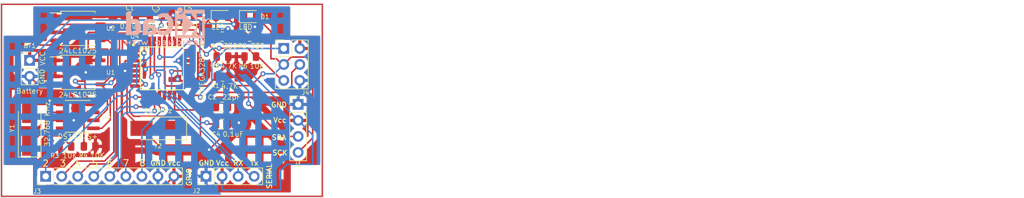
<source format=kicad_pcb>
(kicad_pcb (version 20211014) (generator pcbnew)
  (title_block (title "${project_name}") (date "2022-11-18") (rev "1") (comment 1 "2layer version"))
  (layers (0 "F.Cu" mixed) (31 "B.Cu" mixed) (34 "B.Paste" user) (35 "F.Paste" user) (36 "B.SilkS" user "B.Silkscreen") (37 "F.SilkS" user "F.Silkscreen") (38 "B.Mask" user) (39 "F.Mask" user) (44 "Edge.Cuts" user))
  (property "project_name" "MCU Datalogger with memory and clock")
  (net 0 "")
  (net 1 "GND")
  (net 2 "Net-(C3-Pad2)")
  (net 3 "Net-(D1-Pad1)")
  (net 4 "/SCK")
  (net 5 "Net-(D2-Pad1)")
  (net 6 "/Vcc")
  (net 7 "/SDA")
  (net 8 "/RX")
  (net 9 "/TX")
  (net 10 "/D2")
  (net 11 "/D3")
  (net 12 "/D4")
  (net 13 "/D5")
  (net 14 "/D6")
  (net 15 "/D7")
  (net 16 "/D8")
  (net 17 "/MOSI")
  (net 18 "/MISO")
  (net 19 "/RESET")
  (net 20 "Net-(R3-Pad2)")
  (net 21 "Net-(R4-Pad2)")
  (net 22 "Net-(U3-Pad1)")
  (net 23 "Net-(U3-Pad2)")
  (net 33 "Net-(U4-Pad7)")
  (net 34 "Net-(U4-Pad20)")
  (footprint "Connector_PinHeader_2.54mm:PinHeader_1x02_P2.54mm_Vertical" (layer "F.Cu") (at 42.545 92.71)
    (fp_text reference "BT1")
    (fp_text value "Battery")
  )
  (footprint "MountingHole:MountingHole_2.1mm" (layer "F.Cu") (at 86.36 111.76)
    (fp_text reference "H4" hide)
    (fp_text value "MountingHole" hide)
  )
  (footprint "Capacitor_SMD:C_0805_2012Metric" (layer "F.Cu") (at 73.0125 100.076 180)
    (fp_text reference "C2")
    (fp_text value "22pF")
  )
  (footprint "Crystal:Crystal_SMD_5032-2Pin_5.0x3.2mm_HandSoldering" (layer "F.Cu") (at 62.865 103.505 180)
    (fp_text reference "Y2")
    (fp_text value "16 MHz")
  )
  (footprint "LED_SMD:LED_0805_2012Metric" (layer "F.Cu") (at 72.995 85.76)
    (fp_text reference "D2")
    (fp_text value "LED")
  )
  (footprint "MountingHole:MountingHole_2.1mm" (layer "F.Cu") (at 40.64 111.76)
    (fp_text reference "H2" hide)
    (fp_text value "MountingHole" hide)
  )
  (footprint "Resistor_SMD:R_0805_2012Metric" (layer "F.Cu") (at 48.2111 106.3752)
    (fp_text reference "R3")
    (fp_text value "10K")
  )
  (footprint "Resistor_SMD:R_0805_2012Metric" (layer "F.Cu") (at 73.0925 95.285 180)
    (fp_text reference "R1")
    (fp_text value "4.7K")
  )
  (footprint "Capacitor_SMD:C_0805_2012Metric" (layer "F.Cu") (at 67.63 85.725)
    (fp_text reference "C5")
    (fp_text value "100nF")
  )
  (footprint "Crystal:Crystal_SMD_5032-2Pin_5.0x3.2mm_HandSoldering" (layer "F.Cu") (at 42.545 103.505 90)
    (fp_text reference "Y1")
    (fp_text value "32.768 KHz")
  )
  (footprint "Resistor_SMD:R_0805_2012Metric" (layer "F.Cu") (at 73.05 88.935)
    (fp_text reference "R7")
    (fp_text value "330")
  )
  (footprint "Package_SO:SOIC-8_5.23x5.23mm_P1.27mm" (layer "F.Cu") (at 50.165 87.63)
    (fp_text reference "U2")
    (fp_text value "24LC1025")
  )
  (footprint "Connector_PinHeader_2.54mm:PinHeader_1x09_P2.54mm_Vertical" (layer "F.Cu") (at 45.085 111.125 90)
    (fp_text reference "J3")
    (fp_text value "Conn_01x09_Male" hide)
  )
  (footprint "Libraries:QFP80P900X900X120-32N" (layer "F.Cu") (at 63.5 93.98)
    (fp_text reference "U4")
    (fp_text value "ATMEGA328P-AU")
  )
  (footprint "Connector_PinHeader_2.54mm:PinHeader_1x04_P2.54mm_Vertical" (layer "F.Cu") (at 70.495 111.125 90)
    (fp_text reference "J2")
    (fp_text value "Conn_01x04_Male" hide)
  )
  (footprint "MountingHole:MountingHole_2.1mm" (layer "F.Cu") (at 86.36 86.36)
    (fp_text reference "H3" hide)
    (fp_text value "MountingHole" hide)
  )
  (footprint "Package_SO:SOIC-8_5.23x5.23mm_P1.27mm" (layer "F.Cu") (at 50.165 94.615)
    (fp_text reference "U1")
    (fp_text value "24LC1025")
  )
  (footprint "MountingHole:MountingHole_2.1mm" (layer "F.Cu") (at 40.64 86.36)
    (fp_text reference "H1" hide)
    (fp_text value "MountingHole" hide)
  )
  (footprint "LED_SMD:LED_0805_2012Metric" (layer "F.Cu") (at 77.47 85.76)
    (fp_text reference "D1")
    (fp_text value "LED")
  )
  (footprint "Capacitor_SMD:C_0805_2012Metric" (layer "F.Cu") (at 62.55 85.725)
    (fp_text reference "C3")
    (fp_text value "22pF")
  )
  (footprint "Connector_PinHeader_2.54mm:PinHeader_2x03_P2.54mm_Vertical" (layer "F.Cu") (at 82.804 90.82)
    (fp_text reference "J4")
    (fp_text value "Conn_02x03_Odd_Even" hide)
  )
  (footprint "Capacitor_SMD:C_0805_2012Metric" (layer "F.Cu") (at 58.42 85.725)
    (fp_text reference "C1")
    (fp_text value "0.1uF")
  )
  (footprint "Resistor_SMD:R_0805_2012Metric" (layer "F.Cu") (at 73.0925 92.11 180)
    (fp_text reference "R2")
    (fp_text value "4.7K")
  )
  (footprint "Libraries:SOIC127P600X175-8N" (layer "F.Cu") (at 50.165 101.6)
    (fp_text reference "U3")
    (fp_text value "DS1337S+")
  )
  (footprint "Capacitor_SMD:C_0805_2012Metric" (layer "F.Cu") (at 73.025 102.806 180)
    (fp_text reference "C4")
    (fp_text value "0.1uF")
  )
  (footprint "Connector_PinHeader_2.54mm:PinHeader_1x04_P2.54mm_Vertical" (layer "F.Cu") (at 85.085 99.71)
    (fp_text reference "J1")
    (fp_text value "Conn_01x04_Male" hide)
  )
  (footprint "Resistor_SMD:R_0805_2012Metric" (layer "F.Cu") (at 77.495 92.11)
    (fp_text reference "R6")
    (fp_text value "10K")
  )
  (footprint "Resistor_SMD:R_0805_2012Metric" (layer "F.Cu") (at 52.0465 106.3752 180)
    (fp_text reference "R4")
    (fp_text value "10K")
  )
  (footprint "Resistor_SMD:R_0805_2012Metric" (layer "F.Cu") (at 77.415 88.935 180)
    (fp_text reference "R5")
    (fp_text value "330")
  )
  (footprint "Symbol:KiCad-Logo2_5mm_SilkScreen" (layer "B.Cu") (at 64.008 87.2744 180)
    (fp_text reference "REF1" hide)
    (fp_text value "KiCad-Logo2_5mm_SilkScreen" hide)
  )
  (gr_rect (start 38.1 83.82) (end 88.9 114.3) (layer "F.Cu") (width 0.2) (fill none))
  (gr_rect (start 89.1032 114.554) (end 37.8968 83.6168) (layer "Edge.Cuts") (width 0.1) (fill none))
  (gr_text "Vcc" (at 65.4304 109.0168) (layer "F.SilkS") (effects (font (size 0.8 0.8))))
  (gr_text "Vcc" (at 82.1944 102.2096) (layer "F.SilkS") (effects (font (size 0.8 0.8))))
  (gr_text "7" (at 57.8104 109.0168) (layer "F.SilkS") (effects (font (size 1 1))))
  (gr_text "RX" (at 75.5904 109.0168) (layer "F.SilkS") (effects (font (size 0.8 0.8))))
  (gr_text "Vcc" (at 73.1012 109.0168) (layer "F.SilkS") (effects (font (size 0.8 0.8))))
  (gr_text "SDA" (at 82.042 104.9528) (layer "F.SilkS") (effects (font (size 0.8 0.8))))
  (gr_text "6" (at 55.2704 109.0168) (layer "F.SilkS") (effects (font (size 1 1))))
  (gr_text "4" (at 50.1904 109.0676) (layer "F.SilkS") (effects (font (size 1 1))))
  (gr_text "GPIO" (at 67.818 111.252 90) (layer "F.SilkS") (effects (font (size 0.8 0.8))))
  (gr_text "GND" (at 82.042 99.7712) (layer "F.SilkS") (effects (font (size 0.8 0.8))))
  (gr_text "8" (at 60.4012 109.0168) (layer "F.SilkS") (effects (font (size 1 1))))
  (gr_text "GND" (at 62.8904 109.0168) (layer "F.SilkS") (effects (font (size 0.8 0.8))))
  (gr_text "VCC" (at 44.6024 93.6244 90) (layer "F.SilkS") (effects (font (size 0.8 0.8) (thickness 0.1)) (justify left)))
  (gr_text "5" (at 52.8828 109.0676) (layer "F.SilkS") (effects (font (size 1 1))))
  (gr_text "3" (at 47.8028 109.0676) (layer "F.SilkS") (effects (font (size 1 1))))
  (gr_text "SCK" (at 82.1944 107.3912) (layer "F.SilkS") (effects (font (size 0.8 0.8))))
  (gr_text "2" (at 45.0596 109.0676) (layer "F.SilkS") (effects (font (size 1 1))))
  (gr_text "Tx" (at 78.1304 109.0168) (layer "F.SilkS") (effects (font (size 0.8 0.8))))
  (gr_text "SERIAL" (at 80.518 111.0996 90) (layer "F.SilkS") (effects (font (size 0.8 0.8))))
  (gr_text "GND" (at 44.5516 95.3008 90) (layer "F.SilkS") (effects (font (size 0.8 0.8) (thickness 0.1))))
  (gr_text "GND" (at 70.5612 109.0168) (layer "F.SilkS") (effects (font (size 0.8 0.8))))
  (segment (start 75.502 102.806) (end 75.692 102.616) (width 0.25) (layer "F.Cu") (net 1))
  (segment (start 42.545 95.25) (end 43.815 96.52) (width 0.25) (layer "F.Cu") (net 1))
  (segment (start 73.975 102.806) (end 73.975 103.8758) (width 0.25) (layer "F.Cu") (net 1))
  (segment (start 57.7596 92.7608) (end 57.7788 92.78) (width 0.25) (layer "F.Cu") (net 1))
  (segment (start 67.8 93.58) (end 66.9608 93.58) (width 0.25) (layer "F.Cu") (net 1))
  (segment (start 69.977 85.725) (end 70.1548 85.5472) (width 0.25) (layer "F.Cu") (net 1))
  (segment (start 57.6644 94.38) (end 57.658 94.3864) (width 0.25) (layer "F.Cu") (net 1))
  (segment (start 78.3275 87.4715) (end 78.232 87.376) (width 0.25) (layer "F.Cu") (net 1))
  (segment (start 40.64 92.1512) (end 42.5196 90.2716) (width 0.25) (layer "F.Cu") (net 1))
  (segment (start 59.37 86.045) (end 58.42 86.995) (width 0.25) (layer "F.Cu") (net 1))
  (segment (start 45.8284 90.2716) (end 46.565 89.535) (width 0.25) (layer "F.Cu") (net 1))
  (segment (start 47.69 103.505) (end 48.26 103.505) (width 0.25) (layer "F.Cu") (net 1))
  (segment (start 57.658 94.3864) (end 57.658 92.8624) (width 0.25) (layer "F.Cu") (net 1))
  (segment (start 46.565 86.995) (end 50.165 86.995) (width 0.25) (layer "F.Cu") (net 1))
  (segment (start 58.42 86.995) (end 55.499 86.995) (width 0.25) (layer "F.Cu") (net 1))
  (segment (start 57.658 92.8624) (end 57.7596 92.7608) (width 0.25) (layer "F.Cu") (net 1))
  (segment (start 73.9625 87.6785) (end 73.9625 88.935) (width 0.25) (layer "F.Cu") (net 1))
  (segment (start 46.565 89.535) (end 48.895 89.535) (width 0.25) (layer "F.Cu") (net 1))
  (segment (start 53.765 93.98) (end 52.07 93.98) (width 0.25) (layer "F.Cu") (net 1))
  (segment (start 78.3275 88.935) (end 78.3275 87.4715) (width 0.25) (layer "F.Cu") (net 1))
  (segment (start 55.499 86.995) (end 53.765 86.995) (width 0.25) (layer "F.Cu") (net 1))
  (segment (start 66.9608 93.58) (end 66.1416 92.7608) (width 0.25) (layer "F.Cu") (net 1))
  (segment (start 68.58 85.725) (end 69.977 85.725) (width 0.25) (layer "F.Cu") (net 1))
  (segment (start 73.975 102.806) (end 75.502 102.806) (width 0.25) (layer "F.Cu") (net 1))
  (segment (start 48.895 89.535) (end 50.165 88.265) (width 0.25) (layer "F.Cu") (net 1))
  (segment (start 73.9625 102.7935) (end 73.975 102.806) (width 0.25) (layer "F.Cu") (net 1))
  (segment (start 50.165 86.995) (end 53.765 86.995) (width 0.25) (layer "F.Cu") (net 1))
  (segment (start 73.975 103.8758) (end 70.9676 106.8832) (width 0.25) (layer "F.Cu") (net 1))
  (segment (start 41.275 95.25) (end 40.64 94.615) (width 0.25) (layer "F.Cu") (net 1))
  (segment (start 59.37 85.725) (end 59.37 86.045) (width 0.25) (layer "F.Cu") (net 1))
  (segment (start 42.545 95.25) (end 41.275 95.25) (width 0.25) (layer "F.Cu") (net 1))
  (segment (start 57.7788 92.78) (end 59.2 92.78) (width 0.25) (layer "F.Cu") (net 1))
  (segment (start 59.2 94.38) (end 57.6644 94.38) (width 0.25) (layer "F.Cu") (net 1))
  (segment (start 55.499 87.4522) (end 55.4736 87.4776) (width 0.25) (layer "F.Cu") (net 1))
  (segment (start 52.07 93.98) (end 51.435 94.615) (width 0.25) (layer "F.Cu") (net 1))
  (segment (start 55.499 86.995) (end 55.499 87.4522) (width 0.25) (layer "F.Cu") (net 1))
  (segment (start 43.815 96.52) (end 46.565 96.52) (width 0.25) (layer "F.Cu") (net 1))
  (segment (start 61.6 85.725) (end 59.37 85.725) (width 0.25) (layer "F.Cu") (net 1))
  (segment (start 40.64 94.615) (end 40.64 92.1512) (width 0.25) (layer "F.Cu") (net 1))
  (segment (start 50.165 88.265) (end 50.165 86.995) (width 0.25) (layer "F.Cu") (net 1))
  (segment (start 42.5196 90.2716) (end 45.8284 90.2716) (width 0.25) (layer "F.Cu") (net 1))
  (segment (start 73.9625 100.076) (end 73.9625 102.7935) (width 0.25) (layer "F.Cu") (net 1))
  (segment (start 48.26 103.505) (end 49.53 102.235) (width 0.25) (layer "F.Cu") (net 1))
  (via (at 73.9625 87.6785) (size 0.8) (drill 0.4) (layers "F.Cu" "B.Cu") (net 1))
  (via (at 78.232 87.376) (size 0.9) (drill 0.4) (layers "F.Cu" "B.Cu") (net 1))
  (via (at 70.1548 85.5472) (size 0.9) (drill 0.4) (layers "F.Cu" "B.Cu") (net 1))
  (via (at 49.53 102.235) (size 0.9) (drill 0.4) (layers "F.Cu" "B.Cu") (net 1))
  (via (at 75.692 102.616) (size 0.9) (drill 0.4) (layers "F.Cu" "B.Cu") (net 1))
  (via (at 51.435 94.615) (size 0.9) (drill 0.4) (layers "F.Cu" "B.Cu") (net 1))
  (via (at 66.1416 92.7608) (size 0.9) (drill 0.4) (layers "F.Cu" "B.Cu") (net 1))
  (via (at 55.4736 87.4776) (size 0.9) (drill 0.4) (layers "F.Cu" "B.Cu") (net 1))
  (via (at 57.658 94.3864) (size 0.9) (drill 0.4) (layers "F.Cu" "B.Cu") (net 1))
  (via (at 70.9676 106.8832) (size 0.9) (drill 0.4) (layers "F.Cu" "B.Cu") (net 1))
  (segment (start 57.658 94.3864) (end 57.4294 94.615) (width 0.25) (layer "B.Cu") (net 1))
  (segment (start 57.4294 94.615) (end 51.435 94.615) (width 0.25) (layer "B.Cu") (net 1))
  (segment (start 60.9092 96.52) (end 60.46 96.52) (width 0.25) (layer "F.Cu") (net 2))
  (segment (start 63.56 101.6) (end 59.055 101.6) (width 0.25) (layer "F.Cu") (net 2))
  (segment (start 65.465 103.505) (end 63.56 101.6) (width 0.25) (layer "F.Cu") (net 2))
  (segment (start 60.46 96.52) (end 60.2 96.78) (width 0.25) (layer "F.Cu") (net 2))
  (segment (start 59.055 101.6) (end 58.42 100.965) (width 0.25) (layer "F.Cu") (net 2))
  (segment (start 58.42 97.536) (end 59.176 96.78) (width 0.25) (layer "F.Cu") (net 2))
  (segment (start 58.42 100.965) (end 58.42 97.536) (width 0.25) (layer "F.Cu") (net 2))
  (segment (start 63.3984 85.8266) (end 63.5 85.725) (width 0.25) (layer "F.Cu") (net 2))
  (segment (start 59.176 96.78) (end 59.2 96.78) (width 0.25) (layer "F.Cu") (net 2))
  (segment (start 60.2 96.78) (end 59.2 96.78) (width 0.25) (layer "F.Cu") (net 2))
  (segment (start 63.3984 87.1595) (end 63.3984 85.8266) (width 0.25) (layer "F.Cu") (net 2))
  (via (at 63.3984 87.1595) (size 0.8) (drill 0.4) (layers "F.Cu" "B.Cu") (net 2))
  (via (at 60.9092 96.52) (size 0.8) (drill 0.4) (layers "F.Cu" "B.Cu") (net 2))
  (segment (start 60.9092 96.52) (end 60.0185 95.6293) (width 0.25) (layer "B.Cu") (net 2))
  (segment (start 60.0185 95.6293) (end 60.0185 93.7023) (width 0.25) (layer "B.Cu") (net 2))
  (segment (start 61.976 91.7448) (end 61.976 88.5819) (width 0.25) (layer "B.Cu") (net 2))
  (segment (start 60.0185 93.7023) (end 61.976 91.7448) (width 0.25) (layer "B.Cu") (net 2))
  (segment (start 61.976 88.5819) (end 63.3984 87.1595) (width 0.25) (layer "B.Cu") (net 2))
  (segment (start 76.5025 88.935) (end 76.5025 85.79) (width 0.25) (layer "F.Cu") (net 3))
  (segment (start 76.5025 85.79) (end 76.5325 85.76) (width 0.25) (layer "F.Cu") (net 3))
  (segment (start 54.94 91.008) (end 54.864 90.932) (width 0.25) (layer "F.Cu") (net 4))
  (segment (start 73.6182 96.7232) (end 77.5208 96.7232) (width 0.25) (layer "F.Cu") (net 4))
  (segment (start 51.816 88.392) (end 51.943 88.265) (width 0.25) (layer "F.Cu") (net 4))
  (segment (start 77.5208 96.7232) (end 77.6224 96.7232) (width 0.25) (layer "F.Cu") (net 4))
  (segment (start 87.376 92.456) (end 87.376 105.039) (width 0.25) (layer "F.Cu") (net 4))
  (segment (start 53.765 95.25) (end 54.102 95.25) (width 0.25) (layer "F.Cu") (net 4))
  (segment (start 83.979 92.185) (end 87.105 92.185) (width 0.25) (layer "F.Cu") (net 4))
  (segment (start 67.8 96.78) (end 70.685 96.78) (width 0.25) (layer "F.Cu") (net 4))
  (segment (start 70.685 96.78) (end 72.18 95.285) (width 0.25) (layer "F.Cu") (net 4))
  (segment (start 54.94 93.077462) (end 54.94 91.008) (width 0.25) (layer "F.Cu") (net 4))
  (segment (start 87.376 105.039) (end 85.085 107.33) (width 0.25) (layer "F.Cu") (net 4))
  (segment (start 54.356 94.996) (end 54.9148 94.996) (width 0.25) (layer "F.Cu") (net 4))
  (segment (start 80.772 92.456) (end 81.641 92.456) (width 0.25) (layer "F.Cu") (net 4))
  (segment (start 52.64 102.235) (end 53.085426 102.235) (width 0.25) (layer "F.Cu") (net 4))
  (segment (start 53.765 95.25) (end 52.578 95.25) (width 0.25) (layer "F.Cu") (net 4))
  (segment (start 56.33 88.7548) (end 56.6928 88.392) (width 0.25) (layer "F.Cu") (net 4))
  (segment (start 56.6928 88.392) (end 64.008 88.392) (width 0.25) (layer "F.Cu") (net 4))
  (segment (start 55.427099 96.270299) (end 55.9308 95.766598) (width 0.25) (layer "F.Cu") (net 4))
  (segment (start 78.4075 85.76) (end 80.772 88.1245) (width 0.25) (layer "F.Cu") (net 4))
  (segment (start 55.9308 91.009596) (end 56.33 90.610396) (width 0.25) (layer "F.Cu") (net 4))
  (segment (start 54.9148 93.102662) (end 54.94 93.077462) (width 0.25) (layer "F.Cu") (net 4))
  (segment (start 55.9308 95.766598) (end 55.9308 91.009596) (width 0.25) (layer "F.Cu") (net 4))
  (segment (start 77.6224 96.7232) (end 79.502 94.8436) (width 0.25) (layer "F.Cu") (net 4))
  (segment (start 56.33 90.610396) (end 56.33 88.7548) (width 0.25) (layer "F.Cu") (net 4))
  (segment (start 49.784 96.012) (end 51.308 96.012) (width 0.25) (layer "F.Cu") (net 4))
  (segment (start 53.085426 102.235) (end 54.864 100.456426) (width 0.25) (layer "F.Cu") (net 4))
  (segment (start 54.9148 93.587338) (end 54.9148 93.102662) (width 0.25) (layer "F.Cu") (net 4))
  (segment (start 64.268 96.78) (end 67.8 96.78) (width 0.25) (layer "F.Cu") (net 4))
  (segment (start 87.105 92.185) (end 87.376 92.456) (width 0.25) (layer "F.Cu") (net 4))
  (segment (start 54.356 98.044) (end 52.324 98.044) (width 0.25) (layer "F.Cu") (net 4))
  (segment (start 82.804 93.36) (end 83.979 92.185) (width 0.25) (layer "F.Cu") (net 4))
  (segment (start 80.772 88.1245) (end 80.772 92.456) (width 0.25) (layer "F.Cu") (net 4))
  (segment (start 64.008 88.392) (end 63.9 88.5) (width 0.25) (layer "F.Cu") (net 4))
  (segment (start 51.308 97.028) (end 51.308 95.504) (width 0.25) (layer "F.Cu") (net 4))
  (segment (start 54.9148 94.996) (end 54.94 94.9708) (width 0.25) (layer "F.Cu") (net 4))
  (segment (start 52.324 98.044) (end 51.308 97.028) (width 0.25) (layer "F.Cu") (net 4))
  (segment (start 54.864 100.456426) (end 54.864 98.552) (width 0.25) (layer "F.Cu") (net 4))
  (segment (start 51.943 88.265) (end 53.765 88.265) (width 0.25) (layer "F.Cu") (net 4))
  (segment (start 81.641 92.456) (end 82.545 93.36) (width 0.25) (layer "F.Cu") (net 4))
  (segment (start 54.94 94.9708) (end 54.94 93.612538) (width 0.25) (layer "F.Cu") (net 4))
  (segment (start 51.308 95.504) (end 52.324 95.504) (width 0.25) (layer "F.Cu") (net 4))
  (segment (start 63.9 96.412) (end 64.268 96.78) (width 0.25) (layer "F.Cu") (net 4))
  (segment (start 63.9 88.5) (end 63.9 89.68) (width 0.25) (layer "F.Cu") (net 4))
  (segment (start 54.864 98.552) (end 54.356 98.044) (width 0.25) (layer "F.Cu") (net 4))
  (segment (start 51.816 90.932) (end 51.816 88.392) (width 0.25) (layer "F.Cu") (net 4))
  (segment (start 63.9 89.68) (end 63.9 96.412) (width 0.25) (layer "F.Cu") (net 4))
  (segment (start 54.102 95.25) (end 54.356 94.996) (width 0.25) (layer "F.Cu") (net 4))
  (segment (start 52.578 95.25) (end 52.324 95.504) (width 0.25) (layer "F.Cu") (net 4))
  (segment (start 54.94 93.612538) (end 54.9148 93.587338) (width 0.25) (layer "F.Cu") (net 4))
  (segment (start 54.864 90.932) (end 51.816 90.932) (width 0.25) (layer "F.Cu") (net 4))
  (segment (start 72.18 95.285) (end 73.6182 96.7232) (width 0.25) (layer "F.Cu") (net 4))
  (via (at 49.784 96.012) (size 0.8) (drill 0.4) (layers "F.Cu" "B.Cu") (net 4))
  (via (at 55.427099 96.270299) (size 0.8) (drill 0.4) (layers "F.Cu" "B.Cu") (net 4))
  (via (at 79.502 94.8436) (size 0.8) (drill 0.4) (layers "F.Cu" "B.Cu") (net 4))
  (segment (start 55.177398 96.52) (end 50.292 96.52) (width 0.25) (layer "B.Cu") (net 4))
  (segment (start 50.292 96.52) (end 49.784 96.012) (width 0.25) (layer "B.Cu") (net 4))
  (segment (start 79.502 94.8436) (end 81.3204 94.8436) (width 0.25) (layer "B.Cu") (net 4))
  (segment (start 81.3204 94.8436) (end 82.804 93.36) (width 0.25) (layer "B.Cu") (net 4))
  (segment (start 55.427099 96.270299) (end 55.177398 96.52) (width 0.25) (layer "B.Cu") (net 4))
  (segment (start 72.0575 85.76) (end 72.0575 88.855) (width 0.25) (layer "F.Cu") (net 5))
  (segment (start 72.0575 88.855) (end 72.1375 88.935) (width 0.25) (layer "F.Cu") (net 5))
  (segment (start 74.005 92.11) (end 76.5825 92.11) (width 0.25) (layer "F.Cu") (net 6))
  (segment (start 75.855 93.635) (end 76.2 93.98) (width 0.25) (layer "F.Cu") (net 6))
  (segment (start 73.9325 85.76) (end 73.9325 86.0229) (width 0.25) (layer "F.Cu") (net 6))
  (segment (start 46.565 88.265) (end 45.085 88.265) (width 0.25) (layer "F.Cu") (net 6))
  (segment (start 43.4848 109.982) (end 47.0916 106.3752) (width 0.25) (layer "F.Cu") (net 6))
  (segment (start 57.47 85.725) (end 53.765 85.725) (width 0.25) (layer "F.Cu") (net 6))
  (segment (start 48.895 95.25) (end 51.435 92.71) (width 0.25) (layer "F.Cu") (net 6))
  (segment (start 65.4558 85.725) (end 65.278 85.5472) (width 0.25) (layer "F.Cu") (net 6))
  (segment (start 46.565 95.25) (end 48.895 95.25) (width 0.25) (layer "F.Cu") (net 6))
  (segment (start 43.5864 112.8776) (end 43.4848 112.776) (width 0.25) (layer "F.Cu") (net 6))
  (segment (start 68.612 95.98) (end 69.596 94.996) (width 0.25) (layer "F.Cu") (net 6))
  (segment (start 51.435 92.71) (end 53.765 92.71) (width 0.25) (layer "F.Cu") (net 6))
  (segment (start 74.005 93.635) (end 75.855 93.635) (width 0.25) (layer "F.Cu") (net 6))
  (segment (start 46.565 85.725) (end 53.765 85.725) (width 0.25) (layer "F.Cu") (net 6))
  (segment (start 47.2986 107.2934) (end 47.2986 106.3752) (width 0.25) (layer "F.Cu") (net 6))
  (segment (start 63.6524 112.8776) (end 43.5864 112.8776) (width 0.25) (layer "F.Cu") (net 6))
  (segment (start 60.3443 93.58) (end 59.2 93.58) (width 0.25) (layer "F.Cu") (net 6))
  (segment (start 46.565 92.71) (end 46.565 93.98) (width 0.25) (layer "F.Cu") (net 6))
  (segment (start 51.7398 107.5944) (end 47.5996 107.5944) (width 0.25) (layer "F.Cu") (net 6))
  (segment (start 73.9325 86.0229) (end 74.8792 86.9696) (width 0.25) (layer "F.Cu") (net 6))
  (segment (start 74.005 95.285) (end 74.005 93.635) (width 0.25) (layer "F.Cu") (net 6))
  (segment (start 44.45 87.63) (end 44.45 86.36) (width 0.25) (layer "F.Cu") (net 6))
  (segment (start 47.5996 107.5944) (end 47.2986 107.2934) (width 0.25) (layer "F.Cu") (net 6))
  (segment (start 44.45 86.36) (end 45.085 85.725) (width 0.25) (layer "F.Cu") (net 6))
  (segment (start 74.005 93.635) (end 74.005 92.11) (width 0.25) (layer "F.Cu") (net 6))
  (segment (start 43.4848 112.776) (end 43.4848 109.982) (width 0.25) (layer "F.Cu") (net 6))
  (segment (start 65.9892 95.7072) (end 66.262 95.98) (width 0.25) (layer "F.Cu") (net 6))
  (segment (start 52.959 106.3752) (end 51.7398 107.5944) (width 0.25) (layer "F.Cu") (net 6))
  (segment (start 60.8967 94.1324) (end 60.3443 93.58) (width 0.25) (layer "F.Cu") (net 6))
  (segment (start 66.262 95.98) (end 67.8 95.98) (width 0.25) (layer "F.Cu") (net 6))
  (segment (start 66.68 85.725) (end 65.4558 85.725) (width 0.25) (layer "F.Cu") (net 6))
  (segment (start 45.085 88.265) (end 44.45 87.63) (width 0.25) (layer "F.Cu") (net 6))
  (segment (start 47.0916 106.3752) (end 47.2986 106.3752) (width 0.25) (layer "F.Cu") (net 6))
  (segment (start 45.085 85.725) (end 46.565 85.725) (width 0.25) (layer "F.Cu") (net 6))
  (segment (start 67.8 95.98) (end 68.612 95.98) (width 0.25) (layer "F.Cu") (net 6))
  (segment (start 65.405 111.125) (end 63.6524 112.8776) (width 0.25) (layer "F.Cu") (net 6))
  (segment (start 46.565 95.25) (end 46.565 93.98) (width 0.25) (layer "F.Cu") (net 6))
  (via (at 65.278 85.5472) (size 0.8) (drill 0.4) (layers "F.Cu" "B.Cu") (net 6))
  (via (at 60.8967 94.1324) (size 0.8) (drill 0.4) (layers "F.Cu" "B.Cu") (net 6))
  (via (at 65.9892 95.7072) (size 0.8) (drill 0.4) (layers "F.Cu" "B.Cu") (net 6))
  (via (at 69.596 94.996) (size 0.8) (drill 0.4) (layers "F.Cu" "B.Cu") (net 6))
  (via (at 74.8792 86.9696) (size 0.8) (drill 0.4) (layers "F.Cu" "B.Cu") (net 6))
  (via (at 76.2 93.98) (size 0.9) (drill 0.4) (layers "F.Cu" "B.Cu") (net 6))
  (segment (start 74.8131 86.9035) (end 69.6113 86.9035) (width 0.25) (layer "B.Cu") (net 6))
  (segment (start 73.152 113.284) (end 82.296 113.284) (width 0.25) (layer "B.Cu") (net 6))
  (segment (start 65.6714 93.713) (end 65.9892 94.0308) (width 0.25) (layer "B.Cu") (net 6))
  (segment (start 65.9892 94.0308) (end 65.9892 95.7072) (width 0.25) (layer "B.Cu") (net 6))
  (segment (start 69.596 94.996) (end 69.4944 94.8944) (width 0.25) (layer "B.Cu") (net 6))
  (segment (start 87.376 104.541) (end 85.085 102.25) (width 0.25) (layer "B.Cu") (net 6))
  (segment (start 69.4944 94.8944) (end 69.4944 87.0204) (width 0.25) (layer "B.Cu") (net 6))
  (segment (start 60.8967 94.1324) (end 61.3161 93.713) (width 0.25) (layer "B.Cu") (net 6))
  (segment (start 74.8792 86.9696) (end 74.8131 86.9035) (width 0.25) (layer "B.Cu") (net 6))
  (segment (start 73.035 111.125) (end 73.035 113.167) (width 0.25) (layer "B.Cu") (net 6))
  (segment (start 48.9458 86.3092) (end 42.545 92.71) (width 0.25) (layer "B.Cu") (net 6))
  (segment (start 69.6113 86.9035) (end 69.4944 87.0204) (width 0.25) (layer "B.Cu") (net 6))
  (segment (start 61.3161 93.713) (end 65.6714 93.713) (width 0.25) (layer "B.Cu") (net 6))
  (segment (start 73.035 113.167) (end 73.152 113.284) (width 0.25) (layer "B.Cu") (net 6))
  (segment (start 82.296 113.284) (end 82.296 110.236) (width 0.25) (layer "B.Cu") (net 6))
  (segment (start 64.9224 86.3092) (end 48.9458 86.3092) (width 0.25) (layer "B.Cu") (net 6))
  (segment (start 69.4944 86.3092) (end 64.9224 86.3092) (width 0.25) (layer "B.Cu") (net 6))
  (segment (start 85.085 102.25) (end 76.815 93.98) (width 0.25) (layer "B.Cu") (net 6))
  (segment (start 64.9224 85.9028) (end 64.9224 86.3092) (width 0.25) (layer "B.Cu") (net 6))
  (segment (start 83.312 109.22) (end 87.376 109.22) (width 0.25) (layer "B.Cu") (net 6))
  (segment (start 69.4944 87.0204) (end 69.4944 86.3092) (width 0.25) (layer "B.Cu") (net 6))
  (segment (start 65.278 85.5472) (end 64.9224 85.9028) (width 0.25) (layer "B.Cu") (net 6))
  (segment (start 82.296 110.236) (end 83.312 109.22) (width 0.25) (layer "B.Cu") (net 6))
  (segment (start 76.815 93.98) (end 76.2 93.98) (width 0.25) (layer "B.Cu") (net 6))
  (segment (start 87.376 109.22) (end 87.376 104.541) (width 0.25) (layer "B.Cu") (net 6))
  (segment (start 55.314 102.166) (end 55.314 98.069) (width 0.25) (layer "F.Cu") (net 7))
  (segment (start 68.58 87.884) (end 64.516 87.884) (width 0.25) (layer "F.Cu") (net 7))
  (segment (start 64.7 88.068) (end 64.7 89.68) (width 0.25) (layer "F.Cu") (net 7))
  (segment (start 64.516 87.884) (end 64.7 88.068) (width 0.25) (layer "F.Cu") (net 7))
  (segment (start 55.88 90.424) (end 55.88 88.2904) (width 0.25) (layer "F.Cu") (net 7))
  (segment (start 55.39 95.2828) (end 55.39 90.914) (width 0.25) (layer "F.Cu") (net 7))
  (segment (start 82.438 104.79) (end 77.216 99.568) (width 0.25) (layer "F.Cu") (net 7))
  (segment (start 52.64 103.505) (end 53.975 103.505) (width 0.25) (layer "F.Cu") (net 7))
  (segment (start 55.88 90.424) (end 54.991 89.535) (width 0.25) (layer "F.Cu") (net 7))
  (segment (start 72.18 92.11) (end 72.18 91.484) (width 0.25) (layer "F.Cu") (net 7))
  (segment (start 72.136 93.472) (end 72.136 92.154) (width 0.25) (layer "F.Cu") (net 7))
  (segment (start 56.2864 87.884) (end 64.516 87.884) (width 0.25) (layer "F.Cu") (net 7))
  (segment (start 55.39 90.914) (end 55.88 90.424) (width 0.25) (layer "F.Cu") (net 7))
  (segment (start 55.314 98.069) (end 53.765 96.52) (width 0.25) (layer "F.Cu") (net 7))
  (segment (start 72.136 92.154) (end 72.18 92.11) (width 0.25) (layer "F.Cu") (net 7))
  (segment (start 54.1528 96.52) (end 55.39 95.2828) (width 0.25) (layer "F.Cu") (net 7))
  (segment (start 85.085 104.79) (end 82.438 104.79) (width 0.25) (layer "F.Cu") (net 7))
  (segment (start 54.991 89.535) (end 53.765 89.535) (width 0.25) (layer "F.Cu") (net 7))
  (segment (start 72.18 91.484) (end 68.58 87.884) (width 0.25) (layer "F.Cu") (net 7))
  (segment (start 53.765 96.52) (end 54.1528 96.52) (width 0.25) (layer "F.Cu") (net 7))
  (segment (start 55.88 88.2904) (end 56.2864 87.884) (width 0.25) (layer "F.Cu") (net 7))
  (segment (start 53.975 103.505) (end 55.314 102.166) (width 0.25) (layer "F.Cu") (net 7))
  (via (at 77.216 99.568) (size 0.8) (drill 0.4) (layers "F.Cu" "B.Cu") (net 7))
  (via (at 72.136 93.472) (size 0.8) (drill 0.4) (layers "F.Cu" "B.Cu") (net 7))
  (segment (start 77.216 97.536) (end 73.152 93.472) (width 0.25) (layer "B.Cu") (net 7))
  (segment (start 77.216 99.568) (end 77.216 97.536) (width 0.25) (layer "B.Cu") (net 7))
  (segment (start 73.152 93.472) (end 72.136 93.472) (width 0.25) (layer "B.Cu") (net 7))
  (segment (start 62.3 94.304) (end 62.3 89.68) (width 0.25) (layer "F.Cu") (net 8))
  (segment (start 62.992 94.996) (end 62.3 94.304) (width 0.25) (layer "F.Cu") (net 8))
  (via (at 62.992 94.996) (size 0.8) (drill 0.4) (layers "F.Cu" "B.Cu") (net 8))
  (segment (start 75.575 109.739396) (end 75.575 111.125) (width 0.25) (layer "B.Cu") (net 8))
  (segment (start 62.992 97.156396) (end 75.575 109.739396) (width 0.25) (layer "B.Cu") (net 8))
  (segment (start 62.992 94.996) (end 62.992 97.156396) (width 0.25) (layer "B.Cu") (net 8))
  (segment (start 61.6712 89.8512) (end 61.5 89.68) (width 0.25) (layer "F.Cu") (net 9))
  (segment (start 61.8744 95.3516) (end 61.6712 95.1484) (width 0.25) (layer "F.Cu") (net 9))
  (segment (start 61.6712 95.1484) (end 61.6712 89.8512) (width 0.25) (layer "F.Cu") (net 9))
  (via (at 61.8744 95.3516) (size 0.8) (drill 0.4) (layers "F.Cu" "B.Cu") (net 9))
  (segment (start 77.597 111.125) (end 78.115 111.125) (width 0.25) (layer "B.Cu") (net 9))
  (segment (start 64.008 94.488) (end 64.008 97.536) (width 0.25) (layer "B.Cu") (net 9))
  (segment (start 61.8744 95.3516) (end 61.8744 95.088295) (width 0.25) (layer "B.Cu") (net 9))
  (segment (start 64.008 97.536) (end 77.597 111.125) (width 0.25) (layer "B.Cu") (net 9))
  (segment (start 61.8744 95.088295) (end 62.691695 94.271) (width 0.25) (layer "B.Cu") (net 9))
  (segment (start 62.691695 94.271) (end 63.791 94.271) (width 0.25) (layer "B.Cu") (net 9))
  (segment (start 63.791 94.271) (end 64.008 94.488) (width 0.25) (layer "B.Cu") (net 9))
  (segment (start 60.6435 91.564236) (end 60.7 91.507736) (width 0.25) (layer "F.Cu") (net 10))
  (segment (start 60.7 91.507736) (end 60.7 89.68) (width 0.25) (layer "F.Cu") (net 10))
  (via (at 60.6435 91.564236) (size 0.9) (drill 0.4) (layers "F.Cu" "B.Cu") (net 10))
  (segment (start 60.6435 91.564236) (end 60.6435 92.370194) (width 0.25) (layer "B.Cu") (net 10))
  (segment (start 57.585616 98.370384) (end 56.4896 98.370384) (width 0.25) (layer "B.Cu") (net 10))
  (segment (start 56.4896 98.370384) (end 45.085 109.774984) (width 0.25) (layer "B.Cu") (net 10))
  (segment (start 59.5185 93.495194) (end 59.5185 96.4375) (width 0.25) (layer "B.Cu") (net 10))
  (segment (start 60.6435 92.370194) (end 59.5185 93.495194) (width 0.25) (layer "B.Cu") (net 10))
  (segment (start 45.085 109.774984) (end 45.085 111.125) (width 0.25) (layer "B.Cu") (net 10))
  (segment (start 59.5185 96.4375) (end 57.585616 98.370384) (width 0.25) (layer "B.Cu") (net 10))
  (segment (start 56.78 90.796792) (end 56.3808 91.195992) (width 0.25) (layer "F.Cu") (net 11))
  (segment (start 56.78 88.941196) (end 56.78 90.796792) (width 0.25) (layer "F.Cu") (net 11))
  (segment (start 57.3968 88.842) (end 56.879196 88.842) (width 0.25) (layer "F.Cu") (net 11))
  (segment (start 59.2 91.18) (end 59.2 90.6452) (width 0.25) (layer "F.Cu") (net 11))
  (segment (start 54.4068 108.712) (end 50.038 108.712) (width 0.25) (layer "F.Cu") (net 11))
  (segment (start 50.038 108.712) (end 47.625 111.125) (width 0.25) (layer "F.Cu") (net 11))
  (segment (start 56.879196 88.842) (end 56.78 88.941196) (width 0.25) (layer "F.Cu") (net 11))
  (segment (start 56.3808 91.195992) (end 56.3808 96.3748) (width 0.25) (layer "F.Cu") (net 11))
  (segment (start 55.88 107.2388) (end 54.4068 108.712) (width 0.25) (layer "F.Cu") (net 11))
  (segment (start 55.88 96.8756) (end 55.88 107.2388) (width 0.25) (layer "F.Cu") (net 11))
  (segment (start 59.2 90.6452) (end 57.3968 88.842) (width 0.25) (layer "F.Cu") (net 11))
  (segment (start 56.3808 96.3748) (end 55.88 96.8756) (width 0.25) (layer "F.Cu") (net 11))
  (segment (start 57.23 89.5388) (end 58.125 90.4338) (width 0.25) (layer "F.Cu") (net 12))
  (segment (start 58.125 91.78) (end 58.325 91.98) (width 0.25) (layer "F.Cu") (net 12))
  (segment (start 56.33 107.9064) (end 56.33 97.061996) (width 0.25) (layer "F.Cu") (net 12))
  (segment (start 52.1208 109.1692) (end 55.0672 109.1692) (width 0.25) (layer "F.Cu") (net 12))
  (segment (start 55.0672 109.1692) (end 56.33 107.9064) (width 0.25) (layer "F.Cu") (net 12))
  (segment (start 57.23 90.983188) (end 57.23 89.5388) (width 0.25) (layer "F.Cu") (net 12))
  (segment (start 56.33 97.061996) (end 56.8308 96.561196) (width 0.25) (layer "F.Cu") (net 12))
  (segment (start 56.8308 96.561196) (end 56.8308 91.382388) (width 0.25) (layer "F.Cu") (net 12))
  (segment (start 58.125 90.4338) (end 58.125 91.78) (width 0.25) (layer "F.Cu") (net 12))
  (segment (start 58.325 91.98) (end 59.2 91.98) (width 0.25) (layer "F.Cu") (net 12))
  (segment (start 50.165 111.125) (end 52.1208 109.1692) (width 0.25) (layer "F.Cu") (net 12))
  (segment (start 56.8308 91.382388) (end 57.23 90.983188) (width 0.25) (layer "F.Cu") (net 12))
  (segment (start 59.3344 98.552) (end 60.428 98.552) (width 0.25) (layer "F.Cu") (net 13))
  (segment (start 60.428 98.552) (end 60.7 98.28) (width 0.25) (layer "F.Cu") (net 13))
  (via (at 59.3344 98.552) (size 0.8) (drill 0.4) (layers "F.Cu" "B.Cu") (net 13))
  (segment (start 52.705 111.125) (end 56.134 107.696) (width 0.25) (layer "B.Cu") (net 13))
  (segment (start 56.134 100.8888) (end 58.4708 98.552) (width 0.25) (layer "B.Cu") (net 13))
  (segment (start 58.4708 98.552) (end 59.3344 98.552) (width 0.25) (layer "B.Cu") (net 13))
  (segment (start 56.134 107.696) (end 56.134 100.8888) (width 0.25) (layer "B.Cu") (net 13))
  (segment (start 59.3852 100.076) (end 60.452 100.076) (width 0.25) (layer "F.Cu") (net 14))
  (segment (start 61.468 99.06) (end 61.468 98.312) (width 0.25) (layer "F.Cu") (net 14))
  (segment (start 60.452 100.076) (end 61.468 99.06) (width 0.25) (layer "F.Cu") (net 14))
  (segment (start 61.468 98.312) (end 61.5 98.28) (width 0.25) (layer "F.Cu") (net 14))
  (via (at 59.3852 100.076) (size 0.8) (drill 0.4) (layers "F.Cu" "B.Cu") (net 14))
  (segment (start 56.584 109.786) (end 56.584 101.092) (width 0.25) (layer "B.Cu") (net 14))
  (segment (start 56.584 101.092) (end 57.6 100.076) (width 0.25) (layer "B.Cu") (net 14))
  (segment (start 55.245 111.125) (end 56.584 109.786) (width 0.25) (layer "B.Cu") (net 14))
  (segment (start 57.6 100.076) (end 59.3852 100.076) (width 0.25) (layer "B.Cu") (net 14))
  (segment (start 62.3316 100.7364) (end 62.3316 98.3116) (width 0.25) (layer "F.Cu") (net 15))
  (segment (start 62.3316 98.3116) (end 62.3 98.28) (width 0.25) (layer "F.Cu") (net 15))
  (via (at 62.3316 100.7364) (size 0.8) (drill 0.4) (layers "F.Cu" "B.Cu") (net 15))
  (segment (start 57.0484 108.9152) (end 57.0484 101.7016) (width 0.25) (layer "B.Cu") (net 15))
  (segment (start 57.785 111.125) (end 57.785 109.6518) (width 0.25) (layer "B.Cu") (net 15))
  (segment (start 57.785 109.6518) (end 57.0484 108.9152) (width 0.25) (layer "B.Cu") (net 15))
  (segment (start 62.0776 100.9904) (end 62.3316 100.7364) (width 0.25) (layer "B.Cu") (net 15))
  (segment (start 57.7596 100.9904) (end 62.0776 100.9904) (width 0.25) (layer "B.Cu") (net 15))
  (segment (start 57.0484 101.7016) (end 57.7596 100.9904) (width 0.25) (layer "B.Cu") (net 15))
  (segment (start 63.6016 100.5332) (end 63.1 100.0316) (width 0.25) (layer "F.Cu") (net 16))
  (segment (start 63.1 100.0316) (end 63.1 98.28) (width 0.25) (layer "F.Cu") (net 16))
  (via (at 63.6016 100.5332) (size 0.8) (drill 0.4) (layers "F.Cu" "B.Cu") (net 16))
  (segment (start 60.325 103.8098) (end 63.6016 100.5332) (width 0.25) (layer "B.Cu") (net 16))
  (segment (start 60.325 111.125) (end 60.325 103.8098) (width 0.25) (layer "B.Cu") (net 16))
  (segment (start 84.069722 97.794278) (end 71.877722 97.794278) (width 0.25) (layer "F.Cu") (net 17))
  (segment (start 65.5 100.552) (end 65.5 98.28) (width 0.25) (layer "F.Cu") (net 17))
  (segment (start 71.877722 97.794278) (end 69.088 100.584) (width 0.25) (layer "F.Cu") (net 17))
  (segment (start 84.069722 94.634278) (end 84.069722 97.794278) (width 0.25) (layer "F.Cu") (net 17))
  (segment (start 65.532 100.584) (end 65.5 100.552) (width 0.25) (layer "F.Cu") (net 17))
  (segment (start 85.344 93.36) (end 84.069722 94.634278) (width 0.25) (layer "F.Cu") (net 17))
  (segment (start 69.088 100.584) (end 65.532 100.584) (width 0.25) (layer "F.Cu") (net 17))
  (segment (start 69.596 98.552) (end 69.324 98.28) (width 0.25) (layer "F.Cu") (net 18))
  (segment (start 69.324 98.28) (end 66.3 98.28) (width 0.25) (layer "F.Cu") (net 18))
  (via (at 69.596 98.552) (size 0.8) (drill 0.4) (layers "F.Cu" "B.Cu") (net 18))
  (segment (start 73.762695 90.82) (end 71.411 93.171695) (width 0.25) (layer "B.Cu") (net 18))
  (segment (start 71.411 93.171695) (end 71.411 96.229) (width 0.25) (layer "B.Cu") (net 18))
  (segment (start 82.804 90.82) (end 73.762695 90.82) (width 0.25) (layer "B.Cu") (net 18))
  (segment (start 69.596 98.044) (end 69.596 98.552) (width 0.25) (layer "B.Cu") (net 18))
  (segment (start 71.411 96.229) (end 69.596 98.044) (width 0.25) (layer "B.Cu") (net 18))
  (segment (start 78.4075 92.11) (end 78.755 92.11) (width 0.25) (layer "F.Cu") (net 19))
  (segment (start 78.755 92.11) (end 82.545 95.9) (width 0.25) (layer "F.Cu") (net 19))
  (segment (start 70.5612 91.7448) (end 68.1736 89.3572) (width 0.25) (layer "F.Cu") (net 19))
  (segment (start 63.1 92.1576) (end 63.1 89.68) (width 0.25) (layer "F.Cu") (net 19))
  (segment (start 68.1736 89.3572) (end 68.1736 89.3064) (width 0.25) (layer "F.Cu") (net 19))
  (segment (start 72.5424 90.7796) (end 77.0771 90.7796) (width 0.25) (layer "F.Cu") (net 19))
  (segment (start 63.1444 92.202) (end 63.1 92.1576) (width 0.25) (layer "F.Cu") (net 19))
  (segment (start 77.0771 90.7796) (end 78.4075 92.11) (width 0.25) (layer "F.Cu") (net 19))
  (via (at 72.5424 90.7796) (size 0.8) (drill 0.4) (layers "F.Cu" "B.Cu") (net 19))
  (via (at 63.1444 92.202) (size 0.8) (drill 0.4) (layers "F.Cu" "B.Cu") (net 19))
  (via (at 70.5612 91.7448) (size 0.8) (drill 0.4) (layers "F.Cu" "B.Cu") (net 19))
  (via (at 68.1736 89.3064) (size 0.8) (drill 0.4) (layers "F.Cu" "B.Cu") (net 19))
  (segment (start 71.5264 90.7796) (end 70.5612 91.7448) (width 0.25) (layer "B.Cu") (net 19))
  (segment (start 65.278 92.202) (end 63.1444 92.202) (width 0.25) (layer "B.Cu") (net 19))
  (segment (start 68.1736 89.3064) (end 65.278 92.202) (width 0.25) (layer "B.Cu") (net 19))
  (segment (start 72.5424 90.7796) (end 71.5264 90.7796) (width 0.25) (layer "B.Cu") (net 19))
  (segment (start 47.4472 104.6988) (end 45.9232 104.6988) (width 0.25) (layer "F.Cu") (net 20))
  (segment (start 46.355 102.235) (end 47.69 102.235) (width 0.25) (layer "F.Cu") (net 20))
  (segment (start 45.9232 102.6668) (end 46.355 102.235) (width 0.25) (layer "F.Cu") (net 20))
  (segment (start 49.1236 106.3752) (end 47.4472 104.6988) (width 0.25) (layer "F.Cu") (net 20))
  (segment (start 45.9232 104.6988) (end 45.9232 102.6668) (width 0.25) (layer "F.Cu") (net 20))
  (segment (start 51.1556 101.346) (end 51.5366 100.965) (width 0.25) (layer "F.Cu") (net 21))
  (segment (start 51.134 106.3752) (end 51.134 103.295574) (width 0.25) (layer "F.Cu") (net 21))
  (segment (start 51.134 103.295574) (end 51.1556 103.273974) (width 0.25) (layer "F.Cu") (net 21))
  (segment (start 51.5366 100.965) (end 52.64 100.965) (width 0.25) (layer "F.Cu") (net 21))
  (segment (start 51.1556 103.273974) (end 51.1556 101.346) (width 0.25) (layer "F.Cu") (net 21))
  (segment (start 43.755 99.695) (end 47.69 99.695) (width 0.25) (layer "F.Cu") (net 22))
  (segment (start 42.545 100.905) (end 43.755 99.695) (width 0.25) (layer "F.Cu") (net 22))
  (segment (start 45.085 103.565) (end 45.085 101.6) (width 0.25) (layer "F.Cu") (net 23))
  (segment (start 42.545 106.105) (end 45.085 103.565) (width 0.25) (layer "F.Cu") (net 23))
  (segment (start 45.72 100.965) (end 47.69 100.965) (width 0.25) (layer "F.Cu") (net 23))
  (segment (start 45.085 101.6) (end 45.72 100.965) (width 0.25) (layer "F.Cu") (net 23))
  (segment (start 69.596 106.172) (end 69.596 101.092) (width 0.25) (layer "F.Cu") (net 33))
  (segment (start 57.97 96.21) (end 58.2 95.98) (width 0.25) (layer "F.Cu") (net 33))
  (segment (start 62.932 106.172) (end 69.596 106.172) (width 0.25) (layer "F.Cu") (net 33))
  (segment (start 58.2 95.98) (end 59.2 95.98) (width 0.25) (layer "F.Cu") (net 33))
  (segment (start 57.97 101.21) (end 57.97 96.21) (width 0.25) (layer "F.Cu") (net 33))
  (segment (start 70.612 100.076) (end 72.0625 100.076) (width 0.25) (layer "F.Cu") (net 33))
  (segment (start 69.596 101.092) (end 70.612 100.076) (width 0.25) (layer "F.Cu") (net 33))
  (segment (start 60.265 103.505) (end 57.97 101.21) (width 0.25) (layer "F.Cu") (net 33))
  (segment (start 60.265 103.505) (end 62.932 106.172) (width 0.25) (layer "F.Cu") (net 33))
  (segment (start 70.802 102.806) (end 70.612 102.616) (width 0.25) (layer "F.Cu") (net 34))
  (segment (start 72.075 102.806) (end 70.802 102.806) (width 0.25) (layer "F.Cu") (net 34))
  (segment (start 65.132 94.38) (end 67.8 94.38) (width 0.25) (layer "F.Cu") (net 34))
  (segment (start 65.024 94.488) (end 65.132 94.38) (width 0.25) (layer "F.Cu") (net 34))
  (via (at 65.024 94.488) (size 0.8) (drill 0.4) (layers "F.Cu" "B.Cu") (net 34))
  (via (at 70.612 102.616) (size 0.8) (drill 0.4) (layers "F.Cu" "B.Cu") (net 34))
  (segment (start 69.724396 102.616) (end 65.024 97.915604) (width 0.25) (layer "B.Cu") (net 34))
  (segment (start 70.612 102.616) (end 69.724396 102.616) (width 0.25) (layer "B.Cu") (net 34))
  (segment (start 65.024 97.915604) (end 65.024 94.488) (width 0.25) (layer "B.Cu") (net 34))
  (zone (net 6) (net_name "/Vcc") (layer "F.Cu") (connect_pads (clearance 0.508)) (min_thickness 0.254) (fill yes (mode hatch) (thermal_gap 0.508) (thermal_bridge_width 0.508) (hatch_thickness 1.016) (hatch_gap 1.524) (hatch_orientation 0) (hatch_border_algorithm hatch_thickness) (hatch_min_hole_area 0.3))
    (polygon (pts (xy 83.82 88.7984) (xy 88.6968 88.7984) (xy 88.6968 109.3216) (xy 83.9216 109.3216) (xy 83.9216 114.1476) (xy 43.0784 114.1476) (xy 43.0784 109.3216) (xy 38.2524 109.3216) (xy 38.2524 88.7984) (xy 43.1292 88.7984) (xy 43.1292 84.0232) (xy 83.82 84.0232)))
  )
  (zone (net 1) (net_name "GND") (layer "B.Cu") (connect_pads (clearance 0.508)) (min_thickness 0.254) (fill yes (mode hatch) (thermal_gap 0.508) (thermal_bridge_width 0.508) (hatch_thickness 1.016) (hatch_gap 1.524) (hatch_orientation 0) (hatch_border_algorithm hatch_thickness) (hatch_min_hole_area 0.3))
    (polygon (pts (xy 83.82 88.7984) (xy 88.6968 88.7984) (xy 88.6968 109.3216) (xy 83.9216 109.3216) (xy 83.9216 114.1476) (xy 43.0784 114.1476) (xy 43.0784 109.3216) (xy 38.2524 109.3216) (xy 38.2524 88.7984) (xy 43.1292 88.7984) (xy 43.1292 84.0232) (xy 83.82 84.0232)))
  )
)
</source>
